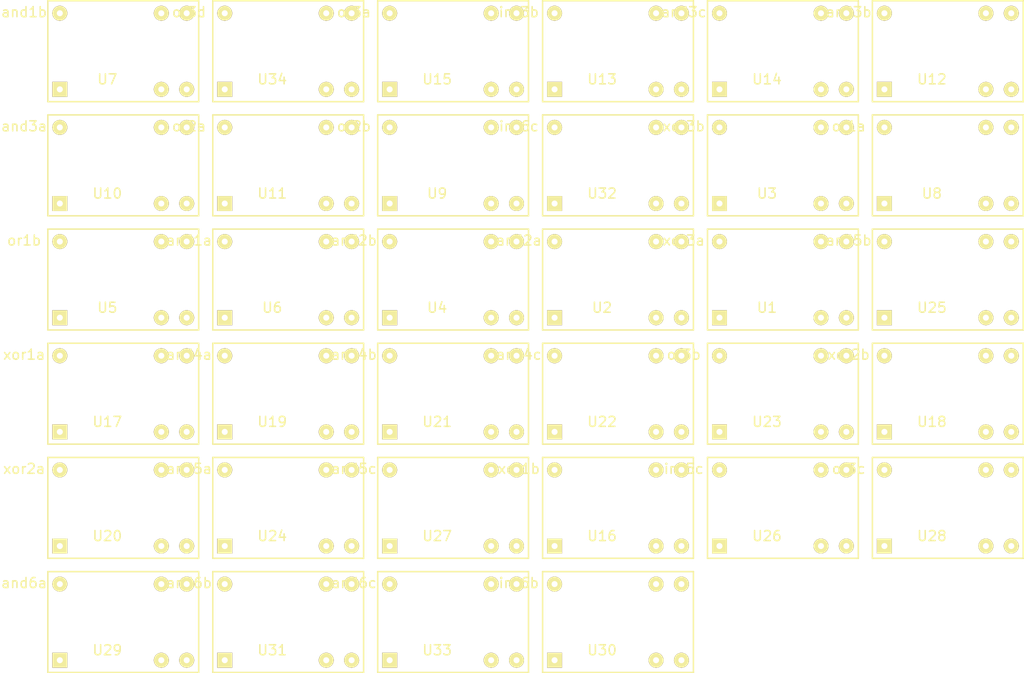
<source format=kicad_pcb>
(kicad_pcb (version 3) (host pcbnew "(2013-07-07 BZR 4022)-stable")

  (general
    (links 104)
    (no_connects 104)
    (area 0 0 0 0)
    (thickness 1.6)
    (drawings 0)
    (tracks 0)
    (zones 0)
    (modules 34)
    (nets 40)
  )

  (page A3)
  (layers
    (15 F.Cu signal)
    (0 B.Cu signal)
    (16 B.Adhes user)
    (17 F.Adhes user)
    (18 B.Paste user)
    (19 F.Paste user)
    (20 B.SilkS user)
    (21 F.SilkS user)
    (22 B.Mask user)
    (23 F.Mask user)
    (24 Dwgs.User user)
    (25 Cmts.User user)
    (26 Eco1.User user)
    (27 Eco2.User user)
    (28 Edge.Cuts user)
  )

  (setup
    (last_trace_width 0.254)
    (trace_clearance 0.254)
    (zone_clearance 0.508)
    (zone_45_only no)
    (trace_min 0.254)
    (segment_width 0.2)
    (edge_width 0.15)
    (via_size 0.889)
    (via_drill 0.635)
    (via_min_size 0.889)
    (via_min_drill 0.508)
    (uvia_size 0.508)
    (uvia_drill 0.127)
    (uvias_allowed no)
    (uvia_min_size 0.508)
    (uvia_min_drill 0.127)
    (pcb_text_width 0.3)
    (pcb_text_size 1.5 1.5)
    (mod_edge_width 0.15)
    (mod_text_size 1.5 1.5)
    (mod_text_width 0.15)
    (pad_size 1.524 1.524)
    (pad_drill 0.762)
    (pad_to_mask_clearance 0.2)
    (aux_axis_origin 0 0)
    (visible_elements FFFFFFBF)
    (pcbplotparams
      (layerselection 3178497)
      (usegerberextensions true)
      (excludeedgelayer true)
      (linewidth 0.100000)
      (plotframeref false)
      (viasonmask false)
      (mode 1)
      (useauxorigin false)
      (hpglpennumber 1)
      (hpglpenspeed 20)
      (hpglpendiameter 15)
      (hpglpenoverlay 2)
      (psnegative false)
      (psa4output false)
      (plotreference true)
      (plotvalue true)
      (plotothertext true)
      (plotinvisibletext false)
      (padsonsilk false)
      (subtractmaskfromsilk false)
      (outputformat 1)
      (mirror false)
      (drillshape 1)
      (scaleselection 1)
      (outputdirectory ""))
  )

  (net 0 "")
  (net 1 +5V)
  (net 2 "/section A/and3c IN")
  (net 3 "/section A/or2b IN")
  (net 4 "/section A/or3a OUT")
  (net 5 "/section B/and1a IN")
  (net 6 "/section B/and1b IN")
  (net 7 "/section B/and2 OUT")
  (net 8 "/section B/and2a IN")
  (net 9 "/section B/or1a OUT")
  (net 10 "/section C/and4b IN")
  (net 11 "/section E/and6a IN")
  (net 12 GND)
  (net 13 N-00000100)
  (net 14 N-0000024)
  (net 15 N-0000029)
  (net 16 N-0000030)
  (net 17 N-0000038)
  (net 18 N-0000042)
  (net 19 N-0000046)
  (net 20 N-0000055)
  (net 21 N-0000058)
  (net 22 N-0000060)
  (net 23 N-0000061)
  (net 24 N-0000062)
  (net 25 N-0000063)
  (net 26 N-0000064)
  (net 27 N-0000065)
  (net 28 N-0000066)
  (net 29 N-0000067)
  (net 30 N-0000074)
  (net 31 N-0000075)
  (net 32 N-0000083)
  (net 33 N-0000086)
  (net 34 N-0000089)
  (net 35 N-0000090)
  (net 36 N-0000096)
  (net 37 N-0000097)
  (net 38 N-0000098)
  (net 39 N-0000099)

  (net_class Default "This is the default net class."
    (clearance 0.254)
    (trace_width 0.254)
    (via_dia 0.889)
    (via_drill 0.635)
    (uvia_dia 0.508)
    (uvia_drill 0.127)
    (add_net "")
    (add_net +5V)
    (add_net "/section A/and3c IN")
    (add_net "/section A/or2b IN")
    (add_net "/section A/or3a OUT")
    (add_net "/section B/and1a IN")
    (add_net "/section B/and1b IN")
    (add_net "/section B/and2 OUT")
    (add_net "/section B/and2a IN")
    (add_net "/section B/or1a OUT")
    (add_net "/section C/and4b IN")
    (add_net "/section E/and6a IN")
    (add_net GND)
    (add_net N-00000100)
    (add_net N-0000024)
    (add_net N-0000029)
    (add_net N-0000030)
    (add_net N-0000038)
    (add_net N-0000042)
    (add_net N-0000046)
    (add_net N-0000055)
    (add_net N-0000058)
    (add_net N-0000060)
    (add_net N-0000061)
    (add_net N-0000062)
    (add_net N-0000063)
    (add_net N-0000064)
    (add_net N-0000065)
    (add_net N-0000066)
    (add_net N-0000067)
    (add_net N-0000074)
    (add_net N-0000075)
    (add_net N-0000083)
    (add_net N-0000086)
    (add_net N-0000089)
    (add_net N-0000090)
    (add_net N-0000096)
    (add_net N-0000097)
    (add_net N-0000098)
    (add_net N-0000099)
  )

  (module 211ARelay (layer F.Cu) (tedit 54D828CD) (tstamp 54D83076)
    (at 144.78 130.81)
    (path /54D2DB4A/54D2DC16)
    (fp_text reference U27 (at 4.75234 6.61416) (layer F.SilkS)
      (effects (font (size 1 1) (thickness 0.15)))
    )
    (fp_text value and5c (at -3.57886 -0.1143) (layer F.SilkS)
      (effects (font (size 1 1) (thickness 0.15)))
    )
    (fp_line (start -1.2 -1.25) (end 13.9 -1.25) (layer F.SilkS) (width 0.15))
    (fp_line (start 13.9 -1.25) (end 13.9 8.85) (layer F.SilkS) (width 0.15))
    (fp_line (start 13.9 8.85) (end -1.2 8.85) (layer F.SilkS) (width 0.15))
    (fp_line (start -1.2 8.85) (end -1.2 -1.25) (layer F.SilkS) (width 0.15))
    (pad 12 thru_hole circle (at 0 0) (size 1.5 1.5) (drill 0.6)
      (layers *.Cu *.Mask F.SilkS)
    )
    (pad 8 thru_hole circle (at 10.16 0) (size 1.5 1.5) (drill 0.6)
      (layers *.Cu *.Mask F.SilkS)
      (net 12 GND)
    )
    (pad 7 thru_hole circle (at 12.7 0) (size 1.5 1.5) (drill 0.6)
      (layers *.Cu *.Mask F.SilkS)
    )
    (pad 6 thru_hole circle (at 12.7 7.62) (size 1.5 1.5) (drill 0.6)
      (layers *.Cu *.Mask F.SilkS)
      (net 35 N-0000090)
    )
    (pad 1 thru_hole rect (at 0 7.62) (size 1.5 1.5) (drill 0.6)
      (layers *.Cu *.Mask F.SilkS)
      (net 33 N-0000086)
    )
    (pad 5 thru_hole circle (at 10.16 7.62) (size 1.5 1.5) (drill 0.6)
      (layers *.Cu *.Mask F.SilkS)
      (net 32 N-0000083)
    )
  )

  (module 211ARelay (layer F.Cu) (tedit 54D828CD) (tstamp 54D83084)
    (at 111.76 119.38)
    (path /54D2D6CC/54D2CB84)
    (fp_text reference U17 (at 4.75234 6.61416) (layer F.SilkS)
      (effects (font (size 1 1) (thickness 0.15)))
    )
    (fp_text value xor1a (at -3.57886 -0.1143) (layer F.SilkS)
      (effects (font (size 1 1) (thickness 0.15)))
    )
    (fp_line (start -1.2 -1.25) (end 13.9 -1.25) (layer F.SilkS) (width 0.15))
    (fp_line (start 13.9 -1.25) (end 13.9 8.85) (layer F.SilkS) (width 0.15))
    (fp_line (start 13.9 8.85) (end -1.2 8.85) (layer F.SilkS) (width 0.15))
    (fp_line (start -1.2 8.85) (end -1.2 -1.25) (layer F.SilkS) (width 0.15))
    (pad 12 thru_hole circle (at 0 0) (size 1.5 1.5) (drill 0.6)
      (layers *.Cu *.Mask F.SilkS)
      (net 6 "/section B/and1b IN")
    )
    (pad 8 thru_hole circle (at 10.16 0) (size 1.5 1.5) (drill 0.6)
      (layers *.Cu *.Mask F.SilkS)
      (net 12 GND)
    )
    (pad 7 thru_hole circle (at 12.7 0) (size 1.5 1.5) (drill 0.6)
      (layers *.Cu *.Mask F.SilkS)
      (net 31 N-0000075)
    )
    (pad 6 thru_hole circle (at 12.7 7.62) (size 1.5 1.5) (drill 0.6)
      (layers *.Cu *.Mask F.SilkS)
      (net 30 N-0000074)
    )
    (pad 1 thru_hole rect (at 0 7.62) (size 1.5 1.5) (drill 0.6)
      (layers *.Cu *.Mask F.SilkS)
    )
    (pad 5 thru_hole circle (at 10.16 7.62) (size 1.5 1.5) (drill 0.6)
      (layers *.Cu *.Mask F.SilkS)
      (net 8 "/section B/and2a IN")
    )
  )

  (module 211ARelay (layer F.Cu) (tedit 54D828CD) (tstamp 54D83092)
    (at 128.27 119.38)
    (path /54D2D6CC/54D2CB93)
    (fp_text reference U19 (at 4.75234 6.61416) (layer F.SilkS)
      (effects (font (size 1 1) (thickness 0.15)))
    )
    (fp_text value and4a (at -3.57886 -0.1143) (layer F.SilkS)
      (effects (font (size 1 1) (thickness 0.15)))
    )
    (fp_line (start -1.2 -1.25) (end 13.9 -1.25) (layer F.SilkS) (width 0.15))
    (fp_line (start 13.9 -1.25) (end 13.9 8.85) (layer F.SilkS) (width 0.15))
    (fp_line (start 13.9 8.85) (end -1.2 8.85) (layer F.SilkS) (width 0.15))
    (fp_line (start -1.2 8.85) (end -1.2 -1.25) (layer F.SilkS) (width 0.15))
    (pad 12 thru_hole circle (at 0 0) (size 1.5 1.5) (drill 0.6)
      (layers *.Cu *.Mask F.SilkS)
    )
    (pad 8 thru_hole circle (at 10.16 0) (size 1.5 1.5) (drill 0.6)
      (layers *.Cu *.Mask F.SilkS)
      (net 12 GND)
    )
    (pad 7 thru_hole circle (at 12.7 0) (size 1.5 1.5) (drill 0.6)
      (layers *.Cu *.Mask F.SilkS)
    )
    (pad 6 thru_hole circle (at 12.7 7.62) (size 1.5 1.5) (drill 0.6)
      (layers *.Cu *.Mask F.SilkS)
      (net 29 N-0000067)
    )
    (pad 1 thru_hole rect (at 0 7.62) (size 1.5 1.5) (drill 0.6)
      (layers *.Cu *.Mask F.SilkS)
      (net 1 +5V)
    )
    (pad 5 thru_hole circle (at 10.16 7.62) (size 1.5 1.5) (drill 0.6)
      (layers *.Cu *.Mask F.SilkS)
      (net 6 "/section B/and1b IN")
    )
  )

  (module 211ARelay (layer F.Cu) (tedit 54D828CD) (tstamp 54D830A0)
    (at 144.78 119.38)
    (path /54D2D6CC/54D2CBA2)
    (fp_text reference U21 (at 4.75234 6.61416) (layer F.SilkS)
      (effects (font (size 1 1) (thickness 0.15)))
    )
    (fp_text value and4b (at -3.57886 -0.1143) (layer F.SilkS)
      (effects (font (size 1 1) (thickness 0.15)))
    )
    (fp_line (start -1.2 -1.25) (end 13.9 -1.25) (layer F.SilkS) (width 0.15))
    (fp_line (start 13.9 -1.25) (end 13.9 8.85) (layer F.SilkS) (width 0.15))
    (fp_line (start 13.9 8.85) (end -1.2 8.85) (layer F.SilkS) (width 0.15))
    (fp_line (start -1.2 8.85) (end -1.2 -1.25) (layer F.SilkS) (width 0.15))
    (pad 12 thru_hole circle (at 0 0) (size 1.5 1.5) (drill 0.6)
      (layers *.Cu *.Mask F.SilkS)
    )
    (pad 8 thru_hole circle (at 10.16 0) (size 1.5 1.5) (drill 0.6)
      (layers *.Cu *.Mask F.SilkS)
      (net 12 GND)
    )
    (pad 7 thru_hole circle (at 12.7 0) (size 1.5 1.5) (drill 0.6)
      (layers *.Cu *.Mask F.SilkS)
    )
    (pad 6 thru_hole circle (at 12.7 7.62) (size 1.5 1.5) (drill 0.6)
      (layers *.Cu *.Mask F.SilkS)
      (net 28 N-0000066)
    )
    (pad 1 thru_hole rect (at 0 7.62) (size 1.5 1.5) (drill 0.6)
      (layers *.Cu *.Mask F.SilkS)
      (net 29 N-0000067)
    )
    (pad 5 thru_hole circle (at 10.16 7.62) (size 1.5 1.5) (drill 0.6)
      (layers *.Cu *.Mask F.SilkS)
      (net 10 "/section C/and4b IN")
    )
  )

  (module 211ARelay (layer F.Cu) (tedit 54D828CD) (tstamp 54D830AE)
    (at 161.29 119.38)
    (path /54D2D6CC/54D2CBB1)
    (fp_text reference U22 (at 4.75234 6.61416) (layer F.SilkS)
      (effects (font (size 1 1) (thickness 0.15)))
    )
    (fp_text value and4c (at -3.57886 -0.1143) (layer F.SilkS)
      (effects (font (size 1 1) (thickness 0.15)))
    )
    (fp_line (start -1.2 -1.25) (end 13.9 -1.25) (layer F.SilkS) (width 0.15))
    (fp_line (start 13.9 -1.25) (end 13.9 8.85) (layer F.SilkS) (width 0.15))
    (fp_line (start 13.9 8.85) (end -1.2 8.85) (layer F.SilkS) (width 0.15))
    (fp_line (start -1.2 8.85) (end -1.2 -1.25) (layer F.SilkS) (width 0.15))
    (pad 12 thru_hole circle (at 0 0) (size 1.5 1.5) (drill 0.6)
      (layers *.Cu *.Mask F.SilkS)
    )
    (pad 8 thru_hole circle (at 10.16 0) (size 1.5 1.5) (drill 0.6)
      (layers *.Cu *.Mask F.SilkS)
      (net 12 GND)
    )
    (pad 7 thru_hole circle (at 12.7 0) (size 1.5 1.5) (drill 0.6)
      (layers *.Cu *.Mask F.SilkS)
    )
    (pad 6 thru_hole circle (at 12.7 7.62) (size 1.5 1.5) (drill 0.6)
      (layers *.Cu *.Mask F.SilkS)
      (net 27 N-0000065)
    )
    (pad 1 thru_hole rect (at 0 7.62) (size 1.5 1.5) (drill 0.6)
      (layers *.Cu *.Mask F.SilkS)
      (net 28 N-0000066)
    )
    (pad 5 thru_hole circle (at 10.16 7.62) (size 1.5 1.5) (drill 0.6)
      (layers *.Cu *.Mask F.SilkS)
      (net 2 "/section A/and3c IN")
    )
  )

  (module 211ARelay (layer F.Cu) (tedit 54D828CD) (tstamp 54D830BC)
    (at 177.8 119.38)
    (path /54D2D6CC/54D2CBC0)
    (fp_text reference U23 (at 4.75234 6.61416) (layer F.SilkS)
      (effects (font (size 1 1) (thickness 0.15)))
    )
    (fp_text value or3b (at -3.57886 -0.1143) (layer F.SilkS)
      (effects (font (size 1 1) (thickness 0.15)))
    )
    (fp_line (start -1.2 -1.25) (end 13.9 -1.25) (layer F.SilkS) (width 0.15))
    (fp_line (start 13.9 -1.25) (end 13.9 8.85) (layer F.SilkS) (width 0.15))
    (fp_line (start 13.9 8.85) (end -1.2 8.85) (layer F.SilkS) (width 0.15))
    (fp_line (start -1.2 8.85) (end -1.2 -1.25) (layer F.SilkS) (width 0.15))
    (pad 12 thru_hole circle (at 0 0) (size 1.5 1.5) (drill 0.6)
      (layers *.Cu *.Mask F.SilkS)
    )
    (pad 8 thru_hole circle (at 10.16 0) (size 1.5 1.5) (drill 0.6)
      (layers *.Cu *.Mask F.SilkS)
      (net 12 GND)
    )
    (pad 7 thru_hole circle (at 12.7 0) (size 1.5 1.5) (drill 0.6)
      (layers *.Cu *.Mask F.SilkS)
    )
    (pad 6 thru_hole circle (at 12.7 7.62) (size 1.5 1.5) (drill 0.6)
      (layers *.Cu *.Mask F.SilkS)
      (net 4 "/section A/or3a OUT")
    )
    (pad 1 thru_hole rect (at 0 7.62) (size 1.5 1.5) (drill 0.6)
      (layers *.Cu *.Mask F.SilkS)
      (net 1 +5V)
    )
    (pad 5 thru_hole circle (at 10.16 7.62) (size 1.5 1.5) (drill 0.6)
      (layers *.Cu *.Mask F.SilkS)
      (net 27 N-0000065)
    )
  )

  (module 211ARelay (layer F.Cu) (tedit 54D828CD) (tstamp 54D830CA)
    (at 194.31 119.38)
    (path /54D2D6CC/54D2CBCF)
    (fp_text reference U18 (at 4.75234 6.61416) (layer F.SilkS)
      (effects (font (size 1 1) (thickness 0.15)))
    )
    (fp_text value xor2b (at -3.57886 -0.1143) (layer F.SilkS)
      (effects (font (size 1 1) (thickness 0.15)))
    )
    (fp_line (start -1.2 -1.25) (end 13.9 -1.25) (layer F.SilkS) (width 0.15))
    (fp_line (start 13.9 -1.25) (end 13.9 8.85) (layer F.SilkS) (width 0.15))
    (fp_line (start 13.9 8.85) (end -1.2 8.85) (layer F.SilkS) (width 0.15))
    (fp_line (start -1.2 8.85) (end -1.2 -1.25) (layer F.SilkS) (width 0.15))
    (pad 12 thru_hole circle (at 0 0) (size 1.5 1.5) (drill 0.6)
      (layers *.Cu *.Mask F.SilkS)
      (net 11 "/section E/and6a IN")
    )
    (pad 8 thru_hole circle (at 10.16 0) (size 1.5 1.5) (drill 0.6)
      (layers *.Cu *.Mask F.SilkS)
      (net 12 GND)
    )
    (pad 7 thru_hole circle (at 12.7 0) (size 1.5 1.5) (drill 0.6)
      (layers *.Cu *.Mask F.SilkS)
      (net 25 N-0000063)
    )
    (pad 6 thru_hole circle (at 12.7 7.62) (size 1.5 1.5) (drill 0.6)
      (layers *.Cu *.Mask F.SilkS)
      (net 26 N-0000064)
    )
    (pad 1 thru_hole rect (at 0 7.62) (size 1.5 1.5) (drill 0.6)
      (layers *.Cu *.Mask F.SilkS)
    )
    (pad 5 thru_hole circle (at 10.16 7.62) (size 1.5 1.5) (drill 0.6)
      (layers *.Cu *.Mask F.SilkS)
      (net 6 "/section B/and1b IN")
    )
  )

  (module 211ARelay (layer F.Cu) (tedit 54D828CD) (tstamp 54D830D8)
    (at 111.76 130.81)
    (path /54D2D6CC/54D2CBDE)
    (fp_text reference U20 (at 4.75234 6.61416) (layer F.SilkS)
      (effects (font (size 1 1) (thickness 0.15)))
    )
    (fp_text value xor2a (at -3.57886 -0.1143) (layer F.SilkS)
      (effects (font (size 1 1) (thickness 0.15)))
    )
    (fp_line (start -1.2 -1.25) (end 13.9 -1.25) (layer F.SilkS) (width 0.15))
    (fp_line (start 13.9 -1.25) (end 13.9 8.85) (layer F.SilkS) (width 0.15))
    (fp_line (start 13.9 8.85) (end -1.2 8.85) (layer F.SilkS) (width 0.15))
    (fp_line (start -1.2 8.85) (end -1.2 -1.25) (layer F.SilkS) (width 0.15))
    (pad 12 thru_hole circle (at 0 0) (size 1.5 1.5) (drill 0.6)
      (layers *.Cu *.Mask F.SilkS)
    )
    (pad 8 thru_hole circle (at 10.16 0) (size 1.5 1.5) (drill 0.6)
      (layers *.Cu *.Mask F.SilkS)
      (net 12 GND)
    )
    (pad 7 thru_hole circle (at 12.7 0) (size 1.5 1.5) (drill 0.6)
      (layers *.Cu *.Mask F.SilkS)
      (net 26 N-0000064)
    )
    (pad 6 thru_hole circle (at 12.7 7.62) (size 1.5 1.5) (drill 0.6)
      (layers *.Cu *.Mask F.SilkS)
      (net 25 N-0000063)
    )
    (pad 1 thru_hole rect (at 0 7.62) (size 1.5 1.5) (drill 0.6)
      (layers *.Cu *.Mask F.SilkS)
      (net 1 +5V)
    )
    (pad 5 thru_hole circle (at 10.16 7.62) (size 1.5 1.5) (drill 0.6)
      (layers *.Cu *.Mask F.SilkS)
      (net 5 "/section B/and1a IN")
    )
  )

  (module 211ARelay (layer F.Cu) (tedit 54D828CD) (tstamp 54D830E6)
    (at 128.27 130.81)
    (path /54D2DB4A/54D2DBF8)
    (fp_text reference U24 (at 4.75234 6.61416) (layer F.SilkS)
      (effects (font (size 1 1) (thickness 0.15)))
    )
    (fp_text value and5a (at -3.57886 -0.1143) (layer F.SilkS)
      (effects (font (size 1 1) (thickness 0.15)))
    )
    (fp_line (start -1.2 -1.25) (end 13.9 -1.25) (layer F.SilkS) (width 0.15))
    (fp_line (start 13.9 -1.25) (end 13.9 8.85) (layer F.SilkS) (width 0.15))
    (fp_line (start 13.9 8.85) (end -1.2 8.85) (layer F.SilkS) (width 0.15))
    (fp_line (start -1.2 8.85) (end -1.2 -1.25) (layer F.SilkS) (width 0.15))
    (pad 12 thru_hole circle (at 0 0) (size 1.5 1.5) (drill 0.6)
      (layers *.Cu *.Mask F.SilkS)
    )
    (pad 8 thru_hole circle (at 10.16 0) (size 1.5 1.5) (drill 0.6)
      (layers *.Cu *.Mask F.SilkS)
      (net 12 GND)
    )
    (pad 7 thru_hole circle (at 12.7 0) (size 1.5 1.5) (drill 0.6)
      (layers *.Cu *.Mask F.SilkS)
    )
    (pad 6 thru_hole circle (at 12.7 7.62) (size 1.5 1.5) (drill 0.6)
      (layers *.Cu *.Mask F.SilkS)
      (net 34 N-0000089)
    )
    (pad 1 thru_hole rect (at 0 7.62) (size 1.5 1.5) (drill 0.6)
      (layers *.Cu *.Mask F.SilkS)
      (net 1 +5V)
    )
    (pad 5 thru_hole circle (at 10.16 7.62) (size 1.5 1.5) (drill 0.6)
      (layers *.Cu *.Mask F.SilkS)
      (net 7 "/section B/and2 OUT")
    )
  )

  (module 211ARelay (layer F.Cu) (tedit 54D828CD) (tstamp 54D830F4)
    (at 194.31 107.95)
    (path /54D2DB4A/54D2DC07)
    (fp_text reference U25 (at 4.75234 6.61416) (layer F.SilkS)
      (effects (font (size 1 1) (thickness 0.15)))
    )
    (fp_text value and5b (at -3.57886 -0.1143) (layer F.SilkS)
      (effects (font (size 1 1) (thickness 0.15)))
    )
    (fp_line (start -1.2 -1.25) (end 13.9 -1.25) (layer F.SilkS) (width 0.15))
    (fp_line (start 13.9 -1.25) (end 13.9 8.85) (layer F.SilkS) (width 0.15))
    (fp_line (start 13.9 8.85) (end -1.2 8.85) (layer F.SilkS) (width 0.15))
    (fp_line (start -1.2 8.85) (end -1.2 -1.25) (layer F.SilkS) (width 0.15))
    (pad 12 thru_hole circle (at 0 0) (size 1.5 1.5) (drill 0.6)
      (layers *.Cu *.Mask F.SilkS)
    )
    (pad 8 thru_hole circle (at 10.16 0) (size 1.5 1.5) (drill 0.6)
      (layers *.Cu *.Mask F.SilkS)
      (net 12 GND)
    )
    (pad 7 thru_hole circle (at 12.7 0) (size 1.5 1.5) (drill 0.6)
      (layers *.Cu *.Mask F.SilkS)
    )
    (pad 6 thru_hole circle (at 12.7 7.62) (size 1.5 1.5) (drill 0.6)
      (layers *.Cu *.Mask F.SilkS)
      (net 33 N-0000086)
    )
    (pad 1 thru_hole rect (at 0 7.62) (size 1.5 1.5) (drill 0.6)
      (layers *.Cu *.Mask F.SilkS)
      (net 34 N-0000089)
    )
    (pad 5 thru_hole circle (at 10.16 7.62) (size 1.5 1.5) (drill 0.6)
      (layers *.Cu *.Mask F.SilkS)
      (net 10 "/section C/and4b IN")
    )
  )

  (module 211ARelay (layer F.Cu) (tedit 54D828CD) (tstamp 54D83102)
    (at 161.29 130.81)
    (path /54D2D6CC/54D2CB75)
    (fp_text reference U16 (at 4.75234 6.61416) (layer F.SilkS)
      (effects (font (size 1 1) (thickness 0.15)))
    )
    (fp_text value xor1b (at -3.57886 -0.1143) (layer F.SilkS)
      (effects (font (size 1 1) (thickness 0.15)))
    )
    (fp_line (start -1.2 -1.25) (end 13.9 -1.25) (layer F.SilkS) (width 0.15))
    (fp_line (start 13.9 -1.25) (end 13.9 8.85) (layer F.SilkS) (width 0.15))
    (fp_line (start 13.9 8.85) (end -1.2 8.85) (layer F.SilkS) (width 0.15))
    (fp_line (start -1.2 8.85) (end -1.2 -1.25) (layer F.SilkS) (width 0.15))
    (pad 12 thru_hole circle (at 0 0) (size 1.5 1.5) (drill 0.6)
      (layers *.Cu *.Mask F.SilkS)
    )
    (pad 8 thru_hole circle (at 10.16 0) (size 1.5 1.5) (drill 0.6)
      (layers *.Cu *.Mask F.SilkS)
      (net 12 GND)
    )
    (pad 7 thru_hole circle (at 12.7 0) (size 1.5 1.5) (drill 0.6)
      (layers *.Cu *.Mask F.SilkS)
      (net 30 N-0000074)
    )
    (pad 6 thru_hole circle (at 12.7 7.62) (size 1.5 1.5) (drill 0.6)
      (layers *.Cu *.Mask F.SilkS)
      (net 31 N-0000075)
    )
    (pad 1 thru_hole rect (at 0 7.62) (size 1.5 1.5) (drill 0.6)
      (layers *.Cu *.Mask F.SilkS)
      (net 1 +5V)
    )
    (pad 5 thru_hole circle (at 10.16 7.62) (size 1.5 1.5) (drill 0.6)
      (layers *.Cu *.Mask F.SilkS)
      (net 3 "/section A/or2b IN")
    )
  )

  (module 211ARelay (layer F.Cu) (tedit 54D828CD) (tstamp 54D83110)
    (at 177.8 130.81)
    (path /54D2DB4A/54D2DC25)
    (fp_text reference U26 (at 4.75234 6.61416) (layer F.SilkS)
      (effects (font (size 1 1) (thickness 0.15)))
    )
    (fp_text value inv5c (at -3.57886 -0.1143) (layer F.SilkS)
      (effects (font (size 1 1) (thickness 0.15)))
    )
    (fp_line (start -1.2 -1.25) (end 13.9 -1.25) (layer F.SilkS) (width 0.15))
    (fp_line (start 13.9 -1.25) (end 13.9 8.85) (layer F.SilkS) (width 0.15))
    (fp_line (start 13.9 8.85) (end -1.2 8.85) (layer F.SilkS) (width 0.15))
    (fp_line (start -1.2 8.85) (end -1.2 -1.25) (layer F.SilkS) (width 0.15))
    (pad 12 thru_hole circle (at 0 0) (size 1.5 1.5) (drill 0.6)
      (layers *.Cu *.Mask F.SilkS)
    )
    (pad 8 thru_hole circle (at 10.16 0) (size 1.5 1.5) (drill 0.6)
      (layers *.Cu *.Mask F.SilkS)
      (net 12 GND)
    )
    (pad 7 thru_hole circle (at 12.7 0) (size 1.5 1.5) (drill 0.6)
      (layers *.Cu *.Mask F.SilkS)
      (net 32 N-0000083)
    )
    (pad 6 thru_hole circle (at 12.7 7.62) (size 1.5 1.5) (drill 0.6)
      (layers *.Cu *.Mask F.SilkS)
    )
    (pad 1 thru_hole rect (at 0 7.62) (size 1.5 1.5) (drill 0.6)
      (layers *.Cu *.Mask F.SilkS)
      (net 1 +5V)
    )
    (pad 5 thru_hole circle (at 10.16 7.62) (size 1.5 1.5) (drill 0.6)
      (layers *.Cu *.Mask F.SilkS)
      (net 2 "/section A/and3c IN")
    )
  )

  (module 211ARelay (layer F.Cu) (tedit 54D828CD) (tstamp 54D8311E)
    (at 194.31 130.81)
    (path /54D2DB4A/54D2DC34)
    (fp_text reference U28 (at 4.75234 6.61416) (layer F.SilkS)
      (effects (font (size 1 1) (thickness 0.15)))
    )
    (fp_text value or3c (at -3.57886 -0.1143) (layer F.SilkS)
      (effects (font (size 1 1) (thickness 0.15)))
    )
    (fp_line (start -1.2 -1.25) (end 13.9 -1.25) (layer F.SilkS) (width 0.15))
    (fp_line (start 13.9 -1.25) (end 13.9 8.85) (layer F.SilkS) (width 0.15))
    (fp_line (start 13.9 8.85) (end -1.2 8.85) (layer F.SilkS) (width 0.15))
    (fp_line (start -1.2 8.85) (end -1.2 -1.25) (layer F.SilkS) (width 0.15))
    (pad 12 thru_hole circle (at 0 0) (size 1.5 1.5) (drill 0.6)
      (layers *.Cu *.Mask F.SilkS)
    )
    (pad 8 thru_hole circle (at 10.16 0) (size 1.5 1.5) (drill 0.6)
      (layers *.Cu *.Mask F.SilkS)
      (net 12 GND)
    )
    (pad 7 thru_hole circle (at 12.7 0) (size 1.5 1.5) (drill 0.6)
      (layers *.Cu *.Mask F.SilkS)
    )
    (pad 6 thru_hole circle (at 12.7 7.62) (size 1.5 1.5) (drill 0.6)
      (layers *.Cu *.Mask F.SilkS)
      (net 4 "/section A/or3a OUT")
    )
    (pad 1 thru_hole rect (at 0 7.62) (size 1.5 1.5) (drill 0.6)
      (layers *.Cu *.Mask F.SilkS)
      (net 1 +5V)
    )
    (pad 5 thru_hole circle (at 10.16 7.62) (size 1.5 1.5) (drill 0.6)
      (layers *.Cu *.Mask F.SilkS)
      (net 35 N-0000090)
    )
  )

  (module 211ARelay (layer F.Cu) (tedit 54D828CD) (tstamp 54D8312C)
    (at 111.76 142.24)
    (path /54D2F582/54D2F5D5)
    (fp_text reference U29 (at 4.75234 6.61416) (layer F.SilkS)
      (effects (font (size 1 1) (thickness 0.15)))
    )
    (fp_text value and6a (at -3.57886 -0.1143) (layer F.SilkS)
      (effects (font (size 1 1) (thickness 0.15)))
    )
    (fp_line (start -1.2 -1.25) (end 13.9 -1.25) (layer F.SilkS) (width 0.15))
    (fp_line (start 13.9 -1.25) (end 13.9 8.85) (layer F.SilkS) (width 0.15))
    (fp_line (start 13.9 8.85) (end -1.2 8.85) (layer F.SilkS) (width 0.15))
    (fp_line (start -1.2 8.85) (end -1.2 -1.25) (layer F.SilkS) (width 0.15))
    (pad 12 thru_hole circle (at 0 0) (size 1.5 1.5) (drill 0.6)
      (layers *.Cu *.Mask F.SilkS)
    )
    (pad 8 thru_hole circle (at 10.16 0) (size 1.5 1.5) (drill 0.6)
      (layers *.Cu *.Mask F.SilkS)
      (net 12 GND)
    )
    (pad 7 thru_hole circle (at 12.7 0) (size 1.5 1.5) (drill 0.6)
      (layers *.Cu *.Mask F.SilkS)
    )
    (pad 6 thru_hole circle (at 12.7 7.62) (size 1.5 1.5) (drill 0.6)
      (layers *.Cu *.Mask F.SilkS)
      (net 38 N-0000098)
    )
    (pad 1 thru_hole rect (at 0 7.62) (size 1.5 1.5) (drill 0.6)
      (layers *.Cu *.Mask F.SilkS)
      (net 1 +5V)
    )
    (pad 5 thru_hole circle (at 10.16 7.62) (size 1.5 1.5) (drill 0.6)
      (layers *.Cu *.Mask F.SilkS)
      (net 11 "/section E/and6a IN")
    )
  )

  (module 211ARelay (layer F.Cu) (tedit 54D828CD) (tstamp 54D8313A)
    (at 128.27 142.24)
    (path /54D2F582/54D2F5E4)
    (fp_text reference U31 (at 4.75234 6.61416) (layer F.SilkS)
      (effects (font (size 1 1) (thickness 0.15)))
    )
    (fp_text value and6b (at -3.57886 -0.1143) (layer F.SilkS)
      (effects (font (size 1 1) (thickness 0.15)))
    )
    (fp_line (start -1.2 -1.25) (end 13.9 -1.25) (layer F.SilkS) (width 0.15))
    (fp_line (start 13.9 -1.25) (end 13.9 8.85) (layer F.SilkS) (width 0.15))
    (fp_line (start 13.9 8.85) (end -1.2 8.85) (layer F.SilkS) (width 0.15))
    (fp_line (start -1.2 8.85) (end -1.2 -1.25) (layer F.SilkS) (width 0.15))
    (pad 12 thru_hole circle (at 0 0) (size 1.5 1.5) (drill 0.6)
      (layers *.Cu *.Mask F.SilkS)
    )
    (pad 8 thru_hole circle (at 10.16 0) (size 1.5 1.5) (drill 0.6)
      (layers *.Cu *.Mask F.SilkS)
      (net 12 GND)
    )
    (pad 7 thru_hole circle (at 12.7 0) (size 1.5 1.5) (drill 0.6)
      (layers *.Cu *.Mask F.SilkS)
    )
    (pad 6 thru_hole circle (at 12.7 7.62) (size 1.5 1.5) (drill 0.6)
      (layers *.Cu *.Mask F.SilkS)
      (net 39 N-0000099)
    )
    (pad 1 thru_hole rect (at 0 7.62) (size 1.5 1.5) (drill 0.6)
      (layers *.Cu *.Mask F.SilkS)
      (net 38 N-0000098)
    )
    (pad 5 thru_hole circle (at 10.16 7.62) (size 1.5 1.5) (drill 0.6)
      (layers *.Cu *.Mask F.SilkS)
      (net 36 N-0000096)
    )
  )

  (module 211ARelay (layer F.Cu) (tedit 54D828CD) (tstamp 54D83148)
    (at 144.78 142.24)
    (path /54D2F582/54D2F5F3)
    (fp_text reference U33 (at 4.75234 6.61416) (layer F.SilkS)
      (effects (font (size 1 1) (thickness 0.15)))
    )
    (fp_text value and6c (at -3.57886 -0.1143) (layer F.SilkS)
      (effects (font (size 1 1) (thickness 0.15)))
    )
    (fp_line (start -1.2 -1.25) (end 13.9 -1.25) (layer F.SilkS) (width 0.15))
    (fp_line (start 13.9 -1.25) (end 13.9 8.85) (layer F.SilkS) (width 0.15))
    (fp_line (start 13.9 8.85) (end -1.2 8.85) (layer F.SilkS) (width 0.15))
    (fp_line (start -1.2 8.85) (end -1.2 -1.25) (layer F.SilkS) (width 0.15))
    (pad 12 thru_hole circle (at 0 0) (size 1.5 1.5) (drill 0.6)
      (layers *.Cu *.Mask F.SilkS)
    )
    (pad 8 thru_hole circle (at 10.16 0) (size 1.5 1.5) (drill 0.6)
      (layers *.Cu *.Mask F.SilkS)
      (net 12 GND)
    )
    (pad 7 thru_hole circle (at 12.7 0) (size 1.5 1.5) (drill 0.6)
      (layers *.Cu *.Mask F.SilkS)
    )
    (pad 6 thru_hole circle (at 12.7 7.62) (size 1.5 1.5) (drill 0.6)
      (layers *.Cu *.Mask F.SilkS)
      (net 37 N-0000097)
    )
    (pad 1 thru_hole rect (at 0 7.62) (size 1.5 1.5) (drill 0.6)
      (layers *.Cu *.Mask F.SilkS)
      (net 39 N-0000099)
    )
    (pad 5 thru_hole circle (at 10.16 7.62) (size 1.5 1.5) (drill 0.6)
      (layers *.Cu *.Mask F.SilkS)
      (net 13 N-00000100)
    )
  )

  (module 211ARelay (layer F.Cu) (tedit 54D828CD) (tstamp 54D83156)
    (at 161.29 142.24)
    (path /54D2F582/54D2F602)
    (fp_text reference U30 (at 4.75234 6.61416) (layer F.SilkS)
      (effects (font (size 1 1) (thickness 0.15)))
    )
    (fp_text value inv6b (at -3.57886 -0.1143) (layer F.SilkS)
      (effects (font (size 1 1) (thickness 0.15)))
    )
    (fp_line (start -1.2 -1.25) (end 13.9 -1.25) (layer F.SilkS) (width 0.15))
    (fp_line (start 13.9 -1.25) (end 13.9 8.85) (layer F.SilkS) (width 0.15))
    (fp_line (start 13.9 8.85) (end -1.2 8.85) (layer F.SilkS) (width 0.15))
    (fp_line (start -1.2 8.85) (end -1.2 -1.25) (layer F.SilkS) (width 0.15))
    (pad 12 thru_hole circle (at 0 0) (size 1.5 1.5) (drill 0.6)
      (layers *.Cu *.Mask F.SilkS)
    )
    (pad 8 thru_hole circle (at 10.16 0) (size 1.5 1.5) (drill 0.6)
      (layers *.Cu *.Mask F.SilkS)
      (net 12 GND)
    )
    (pad 7 thru_hole circle (at 12.7 0) (size 1.5 1.5) (drill 0.6)
      (layers *.Cu *.Mask F.SilkS)
      (net 36 N-0000096)
    )
    (pad 6 thru_hole circle (at 12.7 7.62) (size 1.5 1.5) (drill 0.6)
      (layers *.Cu *.Mask F.SilkS)
    )
    (pad 1 thru_hole rect (at 0 7.62) (size 1.5 1.5) (drill 0.6)
      (layers *.Cu *.Mask F.SilkS)
      (net 1 +5V)
    )
    (pad 5 thru_hole circle (at 10.16 7.62) (size 1.5 1.5) (drill 0.6)
      (layers *.Cu *.Mask F.SilkS)
      (net 10 "/section C/and4b IN")
    )
  )

  (module 211ARelay (layer F.Cu) (tedit 54D828CD) (tstamp 54D83164)
    (at 161.29 96.52)
    (path /54D2F582/54D2F611)
    (fp_text reference U32 (at 4.75234 6.61416) (layer F.SilkS)
      (effects (font (size 1 1) (thickness 0.15)))
    )
    (fp_text value inv6c (at -3.57886 -0.1143) (layer F.SilkS)
      (effects (font (size 1 1) (thickness 0.15)))
    )
    (fp_line (start -1.2 -1.25) (end 13.9 -1.25) (layer F.SilkS) (width 0.15))
    (fp_line (start 13.9 -1.25) (end 13.9 8.85) (layer F.SilkS) (width 0.15))
    (fp_line (start 13.9 8.85) (end -1.2 8.85) (layer F.SilkS) (width 0.15))
    (fp_line (start -1.2 8.85) (end -1.2 -1.25) (layer F.SilkS) (width 0.15))
    (pad 12 thru_hole circle (at 0 0) (size 1.5 1.5) (drill 0.6)
      (layers *.Cu *.Mask F.SilkS)
      (net 1 +5V)
    )
    (pad 8 thru_hole circle (at 10.16 0) (size 1.5 1.5) (drill 0.6)
      (layers *.Cu *.Mask F.SilkS)
      (net 12 GND)
    )
    (pad 7 thru_hole circle (at 12.7 0) (size 1.5 1.5) (drill 0.6)
      (layers *.Cu *.Mask F.SilkS)
      (net 13 N-00000100)
    )
    (pad 6 thru_hole circle (at 12.7 7.62) (size 1.5 1.5) (drill 0.6)
      (layers *.Cu *.Mask F.SilkS)
    )
    (pad 1 thru_hole rect (at 0 7.62) (size 1.5 1.5) (drill 0.6)
      (layers *.Cu *.Mask F.SilkS)
    )
    (pad 5 thru_hole circle (at 10.16 7.62) (size 1.5 1.5) (drill 0.6)
      (layers *.Cu *.Mask F.SilkS)
      (net 2 "/section A/and3c IN")
    )
  )

  (module 211ARelay (layer F.Cu) (tedit 54D828CD) (tstamp 54D83172)
    (at 128.27 85.09)
    (path /54D2F582/54D2F620)
    (fp_text reference U34 (at 4.75234 6.61416) (layer F.SilkS)
      (effects (font (size 1 1) (thickness 0.15)))
    )
    (fp_text value or3d (at -3.57886 -0.1143) (layer F.SilkS)
      (effects (font (size 1 1) (thickness 0.15)))
    )
    (fp_line (start -1.2 -1.25) (end 13.9 -1.25) (layer F.SilkS) (width 0.15))
    (fp_line (start 13.9 -1.25) (end 13.9 8.85) (layer F.SilkS) (width 0.15))
    (fp_line (start 13.9 8.85) (end -1.2 8.85) (layer F.SilkS) (width 0.15))
    (fp_line (start -1.2 8.85) (end -1.2 -1.25) (layer F.SilkS) (width 0.15))
    (pad 12 thru_hole circle (at 0 0) (size 1.5 1.5) (drill 0.6)
      (layers *.Cu *.Mask F.SilkS)
    )
    (pad 8 thru_hole circle (at 10.16 0) (size 1.5 1.5) (drill 0.6)
      (layers *.Cu *.Mask F.SilkS)
      (net 12 GND)
    )
    (pad 7 thru_hole circle (at 12.7 0) (size 1.5 1.5) (drill 0.6)
      (layers *.Cu *.Mask F.SilkS)
    )
    (pad 6 thru_hole circle (at 12.7 7.62) (size 1.5 1.5) (drill 0.6)
      (layers *.Cu *.Mask F.SilkS)
      (net 4 "/section A/or3a OUT")
    )
    (pad 1 thru_hole rect (at 0 7.62) (size 1.5 1.5) (drill 0.6)
      (layers *.Cu *.Mask F.SilkS)
      (net 1 +5V)
    )
    (pad 5 thru_hole circle (at 10.16 7.62) (size 1.5 1.5) (drill 0.6)
      (layers *.Cu *.Mask F.SilkS)
      (net 37 N-0000097)
    )
  )

  (module 211ARelay (layer F.Cu) (tedit 54D828CD) (tstamp 54D83180)
    (at 144.78 85.09)
    (path /54D1564E/54D01664)
    (fp_text reference U15 (at 4.75234 6.61416) (layer F.SilkS)
      (effects (font (size 1 1) (thickness 0.15)))
    )
    (fp_text value or3a (at -3.57886 -0.1143) (layer F.SilkS)
      (effects (font (size 1 1) (thickness 0.15)))
    )
    (fp_line (start -1.2 -1.25) (end 13.9 -1.25) (layer F.SilkS) (width 0.15))
    (fp_line (start 13.9 -1.25) (end 13.9 8.85) (layer F.SilkS) (width 0.15))
    (fp_line (start 13.9 8.85) (end -1.2 8.85) (layer F.SilkS) (width 0.15))
    (fp_line (start -1.2 8.85) (end -1.2 -1.25) (layer F.SilkS) (width 0.15))
    (pad 12 thru_hole circle (at 0 0) (size 1.5 1.5) (drill 0.6)
      (layers *.Cu *.Mask F.SilkS)
      (net 1 +5V)
    )
    (pad 8 thru_hole circle (at 10.16 0) (size 1.5 1.5) (drill 0.6)
      (layers *.Cu *.Mask F.SilkS)
      (net 12 GND)
    )
    (pad 7 thru_hole circle (at 12.7 0) (size 1.5 1.5) (drill 0.6)
      (layers *.Cu *.Mask F.SilkS)
    )
    (pad 6 thru_hole circle (at 12.7 7.62) (size 1.5 1.5) (drill 0.6)
      (layers *.Cu *.Mask F.SilkS)
      (net 4 "/section A/or3a OUT")
    )
    (pad 1 thru_hole rect (at 0 7.62) (size 1.5 1.5) (drill 0.6)
      (layers *.Cu *.Mask F.SilkS)
    )
    (pad 5 thru_hole circle (at 10.16 7.62) (size 1.5 1.5) (drill 0.6)
      (layers *.Cu *.Mask F.SilkS)
      (net 18 N-0000042)
    )
  )

  (module 211ARelay (layer F.Cu) (tedit 54D828CD) (tstamp 54D8318E)
    (at 161.29 85.09)
    (path /54D1564E/54D01673)
    (fp_text reference U13 (at 4.75234 6.61416) (layer F.SilkS)
      (effects (font (size 1 1) (thickness 0.15)))
    )
    (fp_text value inv3b (at -3.57886 -0.1143) (layer F.SilkS)
      (effects (font (size 1 1) (thickness 0.15)))
    )
    (fp_line (start -1.2 -1.25) (end 13.9 -1.25) (layer F.SilkS) (width 0.15))
    (fp_line (start 13.9 -1.25) (end 13.9 8.85) (layer F.SilkS) (width 0.15))
    (fp_line (start 13.9 8.85) (end -1.2 8.85) (layer F.SilkS) (width 0.15))
    (fp_line (start -1.2 8.85) (end -1.2 -1.25) (layer F.SilkS) (width 0.15))
    (pad 12 thru_hole circle (at 0 0) (size 1.5 1.5) (drill 0.6)
      (layers *.Cu *.Mask F.SilkS)
    )
    (pad 8 thru_hole circle (at 10.16 0) (size 1.5 1.5) (drill 0.6)
      (layers *.Cu *.Mask F.SilkS)
      (net 12 GND)
    )
    (pad 7 thru_hole circle (at 12.7 0) (size 1.5 1.5) (drill 0.6)
      (layers *.Cu *.Mask F.SilkS)
      (net 14 N-0000024)
    )
    (pad 6 thru_hole circle (at 12.7 7.62) (size 1.5 1.5) (drill 0.6)
      (layers *.Cu *.Mask F.SilkS)
    )
    (pad 1 thru_hole rect (at 0 7.62) (size 1.5 1.5) (drill 0.6)
      (layers *.Cu *.Mask F.SilkS)
      (net 1 +5V)
    )
    (pad 5 thru_hole circle (at 10.16 7.62) (size 1.5 1.5) (drill 0.6)
      (layers *.Cu *.Mask F.SilkS)
      (net 10 "/section C/and4b IN")
    )
  )

  (module 211ARelay (layer F.Cu) (tedit 54D828CD) (tstamp 54D8319C)
    (at 177.8 85.09)
    (path /54D1564E/54D01655)
    (fp_text reference U14 (at 4.75234 6.61416) (layer F.SilkS)
      (effects (font (size 1 1) (thickness 0.15)))
    )
    (fp_text value and3c (at -3.57886 -0.1143) (layer F.SilkS)
      (effects (font (size 1 1) (thickness 0.15)))
    )
    (fp_line (start -1.2 -1.25) (end 13.9 -1.25) (layer F.SilkS) (width 0.15))
    (fp_line (start 13.9 -1.25) (end 13.9 8.85) (layer F.SilkS) (width 0.15))
    (fp_line (start 13.9 8.85) (end -1.2 8.85) (layer F.SilkS) (width 0.15))
    (fp_line (start -1.2 8.85) (end -1.2 -1.25) (layer F.SilkS) (width 0.15))
    (pad 12 thru_hole circle (at 0 0) (size 1.5 1.5) (drill 0.6)
      (layers *.Cu *.Mask F.SilkS)
    )
    (pad 8 thru_hole circle (at 10.16 0) (size 1.5 1.5) (drill 0.6)
      (layers *.Cu *.Mask F.SilkS)
      (net 12 GND)
    )
    (pad 7 thru_hole circle (at 12.7 0) (size 1.5 1.5) (drill 0.6)
      (layers *.Cu *.Mask F.SilkS)
    )
    (pad 6 thru_hole circle (at 12.7 7.62) (size 1.5 1.5) (drill 0.6)
      (layers *.Cu *.Mask F.SilkS)
      (net 18 N-0000042)
    )
    (pad 1 thru_hole rect (at 0 7.62) (size 1.5 1.5) (drill 0.6)
      (layers *.Cu *.Mask F.SilkS)
      (net 16 N-0000030)
    )
    (pad 5 thru_hole circle (at 10.16 7.62) (size 1.5 1.5) (drill 0.6)
      (layers *.Cu *.Mask F.SilkS)
      (net 2 "/section A/and3c IN")
    )
  )

  (module 211ARelay (layer F.Cu) (tedit 54D828CD) (tstamp 54D831AA)
    (at 194.31 85.09)
    (path /54D1564E/54D01646)
    (fp_text reference U12 (at 4.75234 6.61416) (layer F.SilkS)
      (effects (font (size 1 1) (thickness 0.15)))
    )
    (fp_text value and3b (at -3.57886 -0.1143) (layer F.SilkS)
      (effects (font (size 1 1) (thickness 0.15)))
    )
    (fp_line (start -1.2 -1.25) (end 13.9 -1.25) (layer F.SilkS) (width 0.15))
    (fp_line (start 13.9 -1.25) (end 13.9 8.85) (layer F.SilkS) (width 0.15))
    (fp_line (start 13.9 8.85) (end -1.2 8.85) (layer F.SilkS) (width 0.15))
    (fp_line (start -1.2 8.85) (end -1.2 -1.25) (layer F.SilkS) (width 0.15))
    (pad 12 thru_hole circle (at 0 0) (size 1.5 1.5) (drill 0.6)
      (layers *.Cu *.Mask F.SilkS)
    )
    (pad 8 thru_hole circle (at 10.16 0) (size 1.5 1.5) (drill 0.6)
      (layers *.Cu *.Mask F.SilkS)
      (net 12 GND)
    )
    (pad 7 thru_hole circle (at 12.7 0) (size 1.5 1.5) (drill 0.6)
      (layers *.Cu *.Mask F.SilkS)
    )
    (pad 6 thru_hole circle (at 12.7 7.62) (size 1.5 1.5) (drill 0.6)
      (layers *.Cu *.Mask F.SilkS)
      (net 16 N-0000030)
    )
    (pad 1 thru_hole rect (at 0 7.62) (size 1.5 1.5) (drill 0.6)
      (layers *.Cu *.Mask F.SilkS)
      (net 15 N-0000029)
    )
    (pad 5 thru_hole circle (at 10.16 7.62) (size 1.5 1.5) (drill 0.6)
      (layers *.Cu *.Mask F.SilkS)
      (net 14 N-0000024)
    )
  )

  (module 211ARelay (layer F.Cu) (tedit 54D828CD) (tstamp 54D831B8)
    (at 111.76 96.52)
    (path /54D1564E/54D01637)
    (fp_text reference U10 (at 4.75234 6.61416) (layer F.SilkS)
      (effects (font (size 1 1) (thickness 0.15)))
    )
    (fp_text value and3a (at -3.57886 -0.1143) (layer F.SilkS)
      (effects (font (size 1 1) (thickness 0.15)))
    )
    (fp_line (start -1.2 -1.25) (end 13.9 -1.25) (layer F.SilkS) (width 0.15))
    (fp_line (start 13.9 -1.25) (end 13.9 8.85) (layer F.SilkS) (width 0.15))
    (fp_line (start 13.9 8.85) (end -1.2 8.85) (layer F.SilkS) (width 0.15))
    (fp_line (start -1.2 8.85) (end -1.2 -1.25) (layer F.SilkS) (width 0.15))
    (pad 12 thru_hole circle (at 0 0) (size 1.5 1.5) (drill 0.6)
      (layers *.Cu *.Mask F.SilkS)
      (net 1 +5V)
    )
    (pad 8 thru_hole circle (at 10.16 0) (size 1.5 1.5) (drill 0.6)
      (layers *.Cu *.Mask F.SilkS)
      (net 12 GND)
    )
    (pad 7 thru_hole circle (at 12.7 0) (size 1.5 1.5) (drill 0.6)
      (layers *.Cu *.Mask F.SilkS)
    )
    (pad 6 thru_hole circle (at 12.7 7.62) (size 1.5 1.5) (drill 0.6)
      (layers *.Cu *.Mask F.SilkS)
      (net 15 N-0000029)
    )
    (pad 1 thru_hole rect (at 0 7.62) (size 1.5 1.5) (drill 0.6)
      (layers *.Cu *.Mask F.SilkS)
    )
    (pad 5 thru_hole circle (at 10.16 7.62) (size 1.5 1.5) (drill 0.6)
      (layers *.Cu *.Mask F.SilkS)
      (net 17 N-0000038)
    )
  )

  (module 211ARelay (layer F.Cu) (tedit 54D828CD) (tstamp 54D831C6)
    (at 128.27 96.52)
    (path /54D1564E/54D011FE)
    (fp_text reference U11 (at 4.75234 6.61416) (layer F.SilkS)
      (effects (font (size 1 1) (thickness 0.15)))
    )
    (fp_text value or2a (at -3.57886 -0.1143) (layer F.SilkS)
      (effects (font (size 1 1) (thickness 0.15)))
    )
    (fp_line (start -1.2 -1.25) (end 13.9 -1.25) (layer F.SilkS) (width 0.15))
    (fp_line (start 13.9 -1.25) (end 13.9 8.85) (layer F.SilkS) (width 0.15))
    (fp_line (start 13.9 8.85) (end -1.2 8.85) (layer F.SilkS) (width 0.15))
    (fp_line (start -1.2 8.85) (end -1.2 -1.25) (layer F.SilkS) (width 0.15))
    (pad 12 thru_hole circle (at 0 0) (size 1.5 1.5) (drill 0.6)
      (layers *.Cu *.Mask F.SilkS)
      (net 1 +5V)
    )
    (pad 8 thru_hole circle (at 10.16 0) (size 1.5 1.5) (drill 0.6)
      (layers *.Cu *.Mask F.SilkS)
      (net 12 GND)
    )
    (pad 7 thru_hole circle (at 12.7 0) (size 1.5 1.5) (drill 0.6)
      (layers *.Cu *.Mask F.SilkS)
    )
    (pad 6 thru_hole circle (at 12.7 7.62) (size 1.5 1.5) (drill 0.6)
      (layers *.Cu *.Mask F.SilkS)
      (net 17 N-0000038)
    )
    (pad 1 thru_hole rect (at 0 7.62) (size 1.5 1.5) (drill 0.6)
      (layers *.Cu *.Mask F.SilkS)
    )
    (pad 5 thru_hole circle (at 10.16 7.62) (size 1.5 1.5) (drill 0.6)
      (layers *.Cu *.Mask F.SilkS)
      (net 8 "/section B/and2a IN")
    )
  )

  (module 211ARelay (layer F.Cu) (tedit 54D828CD) (tstamp 54D831D4)
    (at 144.78 96.52)
    (path /54D1564E/54D011C3)
    (fp_text reference U9 (at 4.75234 6.61416) (layer F.SilkS)
      (effects (font (size 1 1) (thickness 0.15)))
    )
    (fp_text value or2b (at -3.57886 -0.1143) (layer F.SilkS)
      (effects (font (size 1 1) (thickness 0.15)))
    )
    (fp_line (start -1.2 -1.25) (end 13.9 -1.25) (layer F.SilkS) (width 0.15))
    (fp_line (start 13.9 -1.25) (end 13.9 8.85) (layer F.SilkS) (width 0.15))
    (fp_line (start 13.9 8.85) (end -1.2 8.85) (layer F.SilkS) (width 0.15))
    (fp_line (start -1.2 8.85) (end -1.2 -1.25) (layer F.SilkS) (width 0.15))
    (pad 12 thru_hole circle (at 0 0) (size 1.5 1.5) (drill 0.6)
      (layers *.Cu *.Mask F.SilkS)
      (net 1 +5V)
    )
    (pad 8 thru_hole circle (at 10.16 0) (size 1.5 1.5) (drill 0.6)
      (layers *.Cu *.Mask F.SilkS)
      (net 12 GND)
    )
    (pad 7 thru_hole circle (at 12.7 0) (size 1.5 1.5) (drill 0.6)
      (layers *.Cu *.Mask F.SilkS)
    )
    (pad 6 thru_hole circle (at 12.7 7.62) (size 1.5 1.5) (drill 0.6)
      (layers *.Cu *.Mask F.SilkS)
      (net 17 N-0000038)
    )
    (pad 1 thru_hole rect (at 0 7.62) (size 1.5 1.5) (drill 0.6)
      (layers *.Cu *.Mask F.SilkS)
    )
    (pad 5 thru_hole circle (at 10.16 7.62) (size 1.5 1.5) (drill 0.6)
      (layers *.Cu *.Mask F.SilkS)
      (net 3 "/section A/or2b IN")
    )
  )

  (module 211ARelay (layer F.Cu) (tedit 54D828CD) (tstamp 54D831E2)
    (at 111.76 85.09)
    (path /54D2A284/54D2A2EF)
    (fp_text reference U7 (at 4.75234 6.61416) (layer F.SilkS)
      (effects (font (size 1 1) (thickness 0.15)))
    )
    (fp_text value and1b (at -3.57886 -0.1143) (layer F.SilkS)
      (effects (font (size 1 1) (thickness 0.15)))
    )
    (fp_line (start -1.2 -1.25) (end 13.9 -1.25) (layer F.SilkS) (width 0.15))
    (fp_line (start 13.9 -1.25) (end 13.9 8.85) (layer F.SilkS) (width 0.15))
    (fp_line (start 13.9 8.85) (end -1.2 8.85) (layer F.SilkS) (width 0.15))
    (fp_line (start -1.2 8.85) (end -1.2 -1.25) (layer F.SilkS) (width 0.15))
    (pad 12 thru_hole circle (at 0 0) (size 1.5 1.5) (drill 0.6)
      (layers *.Cu *.Mask F.SilkS)
    )
    (pad 8 thru_hole circle (at 10.16 0) (size 1.5 1.5) (drill 0.6)
      (layers *.Cu *.Mask F.SilkS)
      (net 12 GND)
    )
    (pad 7 thru_hole circle (at 12.7 0) (size 1.5 1.5) (drill 0.6)
      (layers *.Cu *.Mask F.SilkS)
    )
    (pad 6 thru_hole circle (at 12.7 7.62) (size 1.5 1.5) (drill 0.6)
      (layers *.Cu *.Mask F.SilkS)
      (net 19 N-0000046)
    )
    (pad 1 thru_hole rect (at 0 7.62) (size 1.5 1.5) (drill 0.6)
      (layers *.Cu *.Mask F.SilkS)
      (net 21 N-0000058)
    )
    (pad 5 thru_hole circle (at 10.16 7.62) (size 1.5 1.5) (drill 0.6)
      (layers *.Cu *.Mask F.SilkS)
      (net 6 "/section B/and1b IN")
    )
  )

  (module 211ARelay (layer F.Cu) (tedit 54D828CD) (tstamp 54D831F0)
    (at 177.8 96.52)
    (path /54D2A284/54D2A2B3)
    (fp_text reference U3 (at 4.75234 6.61416) (layer F.SilkS)
      (effects (font (size 1 1) (thickness 0.15)))
    )
    (fp_text value xor3b (at -3.57886 -0.1143) (layer F.SilkS)
      (effects (font (size 1 1) (thickness 0.15)))
    )
    (fp_line (start -1.2 -1.25) (end 13.9 -1.25) (layer F.SilkS) (width 0.15))
    (fp_line (start 13.9 -1.25) (end 13.9 8.85) (layer F.SilkS) (width 0.15))
    (fp_line (start 13.9 8.85) (end -1.2 8.85) (layer F.SilkS) (width 0.15))
    (fp_line (start -1.2 8.85) (end -1.2 -1.25) (layer F.SilkS) (width 0.15))
    (pad 12 thru_hole circle (at 0 0) (size 1.5 1.5) (drill 0.6)
      (layers *.Cu *.Mask F.SilkS)
      (net 22 N-0000060)
    )
    (pad 8 thru_hole circle (at 10.16 0) (size 1.5 1.5) (drill 0.6)
      (layers *.Cu *.Mask F.SilkS)
      (net 12 GND)
    )
    (pad 7 thru_hole circle (at 12.7 0) (size 1.5 1.5) (drill 0.6)
      (layers *.Cu *.Mask F.SilkS)
      (net 24 N-0000062)
    )
    (pad 6 thru_hole circle (at 12.7 7.62) (size 1.5 1.5) (drill 0.6)
      (layers *.Cu *.Mask F.SilkS)
      (net 23 N-0000061)
    )
    (pad 1 thru_hole rect (at 0 7.62) (size 1.5 1.5) (drill 0.6)
      (layers *.Cu *.Mask F.SilkS)
      (net 3 "/section A/or2b IN")
    )
    (pad 5 thru_hole circle (at 10.16 7.62) (size 1.5 1.5) (drill 0.6)
      (layers *.Cu *.Mask F.SilkS)
      (net 4 "/section A/or3a OUT")
    )
  )

  (module 211ARelay (layer F.Cu) (tedit 54D828CD) (tstamp 54D831FE)
    (at 194.31 96.52)
    (path /54D2A284/54D2A30D)
    (fp_text reference U8 (at 4.75234 6.61416) (layer F.SilkS)
      (effects (font (size 1 1) (thickness 0.15)))
    )
    (fp_text value or1a (at -3.57886 -0.1143) (layer F.SilkS)
      (effects (font (size 1 1) (thickness 0.15)))
    )
    (fp_line (start -1.2 -1.25) (end 13.9 -1.25) (layer F.SilkS) (width 0.15))
    (fp_line (start 13.9 -1.25) (end 13.9 8.85) (layer F.SilkS) (width 0.15))
    (fp_line (start 13.9 8.85) (end -1.2 8.85) (layer F.SilkS) (width 0.15))
    (fp_line (start -1.2 8.85) (end -1.2 -1.25) (layer F.SilkS) (width 0.15))
    (pad 12 thru_hole circle (at 0 0) (size 1.5 1.5) (drill 0.6)
      (layers *.Cu *.Mask F.SilkS)
    )
    (pad 8 thru_hole circle (at 10.16 0) (size 1.5 1.5) (drill 0.6)
      (layers *.Cu *.Mask F.SilkS)
      (net 12 GND)
    )
    (pad 7 thru_hole circle (at 12.7 0) (size 1.5 1.5) (drill 0.6)
      (layers *.Cu *.Mask F.SilkS)
    )
    (pad 6 thru_hole circle (at 12.7 7.62) (size 1.5 1.5) (drill 0.6)
      (layers *.Cu *.Mask F.SilkS)
      (net 9 "/section B/or1a OUT")
    )
    (pad 1 thru_hole rect (at 0 7.62) (size 1.5 1.5) (drill 0.6)
      (layers *.Cu *.Mask F.SilkS)
      (net 1 +5V)
    )
    (pad 5 thru_hole circle (at 10.16 7.62) (size 1.5 1.5) (drill 0.6)
      (layers *.Cu *.Mask F.SilkS)
      (net 19 N-0000046)
    )
  )

  (module 211ARelay (layer F.Cu) (tedit 54D828CD) (tstamp 54D8320C)
    (at 111.76 107.95)
    (path /54D2A284/54D2A2FE)
    (fp_text reference U5 (at 4.75234 6.61416) (layer F.SilkS)
      (effects (font (size 1 1) (thickness 0.15)))
    )
    (fp_text value or1b (at -3.57886 -0.1143) (layer F.SilkS)
      (effects (font (size 1 1) (thickness 0.15)))
    )
    (fp_line (start -1.2 -1.25) (end 13.9 -1.25) (layer F.SilkS) (width 0.15))
    (fp_line (start 13.9 -1.25) (end 13.9 8.85) (layer F.SilkS) (width 0.15))
    (fp_line (start 13.9 8.85) (end -1.2 8.85) (layer F.SilkS) (width 0.15))
    (fp_line (start -1.2 8.85) (end -1.2 -1.25) (layer F.SilkS) (width 0.15))
    (pad 12 thru_hole circle (at 0 0) (size 1.5 1.5) (drill 0.6)
      (layers *.Cu *.Mask F.SilkS)
    )
    (pad 8 thru_hole circle (at 10.16 0) (size 1.5 1.5) (drill 0.6)
      (layers *.Cu *.Mask F.SilkS)
      (net 12 GND)
    )
    (pad 7 thru_hole circle (at 12.7 0) (size 1.5 1.5) (drill 0.6)
      (layers *.Cu *.Mask F.SilkS)
    )
    (pad 6 thru_hole circle (at 12.7 7.62) (size 1.5 1.5) (drill 0.6)
      (layers *.Cu *.Mask F.SilkS)
      (net 9 "/section B/or1a OUT")
    )
    (pad 1 thru_hole rect (at 0 7.62) (size 1.5 1.5) (drill 0.6)
      (layers *.Cu *.Mask F.SilkS)
      (net 1 +5V)
    )
    (pad 5 thru_hole circle (at 10.16 7.62) (size 1.5 1.5) (drill 0.6)
      (layers *.Cu *.Mask F.SilkS)
      (net 7 "/section B/and2 OUT")
    )
  )

  (module 211ARelay (layer F.Cu) (tedit 54D828CD) (tstamp 54D8321A)
    (at 128.27 107.95)
    (path /54D2A284/54D2A2E0)
    (fp_text reference U6 (at 4.75234 6.61416) (layer F.SilkS)
      (effects (font (size 1 1) (thickness 0.15)))
    )
    (fp_text value and1a (at -3.57886 -0.1143) (layer F.SilkS)
      (effects (font (size 1 1) (thickness 0.15)))
    )
    (fp_line (start -1.2 -1.25) (end 13.9 -1.25) (layer F.SilkS) (width 0.15))
    (fp_line (start 13.9 -1.25) (end 13.9 8.85) (layer F.SilkS) (width 0.15))
    (fp_line (start 13.9 8.85) (end -1.2 8.85) (layer F.SilkS) (width 0.15))
    (fp_line (start -1.2 8.85) (end -1.2 -1.25) (layer F.SilkS) (width 0.15))
    (pad 12 thru_hole circle (at 0 0) (size 1.5 1.5) (drill 0.6)
      (layers *.Cu *.Mask F.SilkS)
    )
    (pad 8 thru_hole circle (at 10.16 0) (size 1.5 1.5) (drill 0.6)
      (layers *.Cu *.Mask F.SilkS)
      (net 12 GND)
    )
    (pad 7 thru_hole circle (at 12.7 0) (size 1.5 1.5) (drill 0.6)
      (layers *.Cu *.Mask F.SilkS)
    )
    (pad 6 thru_hole circle (at 12.7 7.62) (size 1.5 1.5) (drill 0.6)
      (layers *.Cu *.Mask F.SilkS)
      (net 21 N-0000058)
    )
    (pad 1 thru_hole rect (at 0 7.62) (size 1.5 1.5) (drill 0.6)
      (layers *.Cu *.Mask F.SilkS)
      (net 1 +5V)
    )
    (pad 5 thru_hole circle (at 10.16 7.62) (size 1.5 1.5) (drill 0.6)
      (layers *.Cu *.Mask F.SilkS)
      (net 5 "/section B/and1a IN")
    )
  )

  (module 211ARelay (layer F.Cu) (tedit 54D828CD) (tstamp 54D83228)
    (at 144.78 107.95)
    (path /54D2A284/54D2A2D1)
    (fp_text reference U4 (at 4.75234 6.61416) (layer F.SilkS)
      (effects (font (size 1 1) (thickness 0.15)))
    )
    (fp_text value and2b (at -3.57886 -0.1143) (layer F.SilkS)
      (effects (font (size 1 1) (thickness 0.15)))
    )
    (fp_line (start -1.2 -1.25) (end 13.9 -1.25) (layer F.SilkS) (width 0.15))
    (fp_line (start 13.9 -1.25) (end 13.9 8.85) (layer F.SilkS) (width 0.15))
    (fp_line (start 13.9 8.85) (end -1.2 8.85) (layer F.SilkS) (width 0.15))
    (fp_line (start -1.2 8.85) (end -1.2 -1.25) (layer F.SilkS) (width 0.15))
    (pad 12 thru_hole circle (at 0 0) (size 1.5 1.5) (drill 0.6)
      (layers *.Cu *.Mask F.SilkS)
      (net 20 N-0000055)
    )
    (pad 8 thru_hole circle (at 10.16 0) (size 1.5 1.5) (drill 0.6)
      (layers *.Cu *.Mask F.SilkS)
      (net 12 GND)
    )
    (pad 7 thru_hole circle (at 12.7 0) (size 1.5 1.5) (drill 0.6)
      (layers *.Cu *.Mask F.SilkS)
    )
    (pad 6 thru_hole circle (at 12.7 7.62) (size 1.5 1.5) (drill 0.6)
      (layers *.Cu *.Mask F.SilkS)
      (net 7 "/section B/and2 OUT")
    )
    (pad 1 thru_hole rect (at 0 7.62) (size 1.5 1.5) (drill 0.6)
      (layers *.Cu *.Mask F.SilkS)
    )
    (pad 5 thru_hole circle (at 10.16 7.62) (size 1.5 1.5) (drill 0.6)
      (layers *.Cu *.Mask F.SilkS)
      (net 22 N-0000060)
    )
  )

  (module 211ARelay (layer F.Cu) (tedit 54D828CD) (tstamp 54D83236)
    (at 161.29 107.95)
    (path /54D2A284/54D2A2C2)
    (fp_text reference U2 (at 4.75234 6.61416) (layer F.SilkS)
      (effects (font (size 1 1) (thickness 0.15)))
    )
    (fp_text value and2a (at -3.57886 -0.1143) (layer F.SilkS)
      (effects (font (size 1 1) (thickness 0.15)))
    )
    (fp_line (start -1.2 -1.25) (end 13.9 -1.25) (layer F.SilkS) (width 0.15))
    (fp_line (start 13.9 -1.25) (end 13.9 8.85) (layer F.SilkS) (width 0.15))
    (fp_line (start 13.9 8.85) (end -1.2 8.85) (layer F.SilkS) (width 0.15))
    (fp_line (start -1.2 8.85) (end -1.2 -1.25) (layer F.SilkS) (width 0.15))
    (pad 12 thru_hole circle (at 0 0) (size 1.5 1.5) (drill 0.6)
      (layers *.Cu *.Mask F.SilkS)
    )
    (pad 8 thru_hole circle (at 10.16 0) (size 1.5 1.5) (drill 0.6)
      (layers *.Cu *.Mask F.SilkS)
      (net 12 GND)
    )
    (pad 7 thru_hole circle (at 12.7 0) (size 1.5 1.5) (drill 0.6)
      (layers *.Cu *.Mask F.SilkS)
    )
    (pad 6 thru_hole circle (at 12.7 7.62) (size 1.5 1.5) (drill 0.6)
      (layers *.Cu *.Mask F.SilkS)
      (net 20 N-0000055)
    )
    (pad 1 thru_hole rect (at 0 7.62) (size 1.5 1.5) (drill 0.6)
      (layers *.Cu *.Mask F.SilkS)
      (net 1 +5V)
    )
    (pad 5 thru_hole circle (at 10.16 7.62) (size 1.5 1.5) (drill 0.6)
      (layers *.Cu *.Mask F.SilkS)
      (net 8 "/section B/and2a IN")
    )
  )

  (module 211ARelay (layer F.Cu) (tedit 54D828CD) (tstamp 54D83244)
    (at 177.8 107.95)
    (path /54D2A284/54D2A29A)
    (fp_text reference U1 (at 4.75234 6.61416) (layer F.SilkS)
      (effects (font (size 1 1) (thickness 0.15)))
    )
    (fp_text value xor3a (at -3.57886 -0.1143) (layer F.SilkS)
      (effects (font (size 1 1) (thickness 0.15)))
    )
    (fp_line (start -1.2 -1.25) (end 13.9 -1.25) (layer F.SilkS) (width 0.15))
    (fp_line (start 13.9 -1.25) (end 13.9 8.85) (layer F.SilkS) (width 0.15))
    (fp_line (start 13.9 8.85) (end -1.2 8.85) (layer F.SilkS) (width 0.15))
    (fp_line (start -1.2 8.85) (end -1.2 -1.25) (layer F.SilkS) (width 0.15))
    (pad 12 thru_hole circle (at 0 0) (size 1.5 1.5) (drill 0.6)
      (layers *.Cu *.Mask F.SilkS)
    )
    (pad 8 thru_hole circle (at 10.16 0) (size 1.5 1.5) (drill 0.6)
      (layers *.Cu *.Mask F.SilkS)
      (net 12 GND)
    )
    (pad 7 thru_hole circle (at 12.7 0) (size 1.5 1.5) (drill 0.6)
      (layers *.Cu *.Mask F.SilkS)
      (net 23 N-0000061)
    )
    (pad 6 thru_hole circle (at 12.7 7.62) (size 1.5 1.5) (drill 0.6)
      (layers *.Cu *.Mask F.SilkS)
      (net 24 N-0000062)
    )
    (pad 1 thru_hole rect (at 0 7.62) (size 1.5 1.5) (drill 0.6)
      (layers *.Cu *.Mask F.SilkS)
      (net 1 +5V)
    )
    (pad 5 thru_hole circle (at 10.16 7.62) (size 1.5 1.5) (drill 0.6)
      (layers *.Cu *.Mask F.SilkS)
      (net 4 "/section A/or3a OUT")
    )
  )

)

</source>
